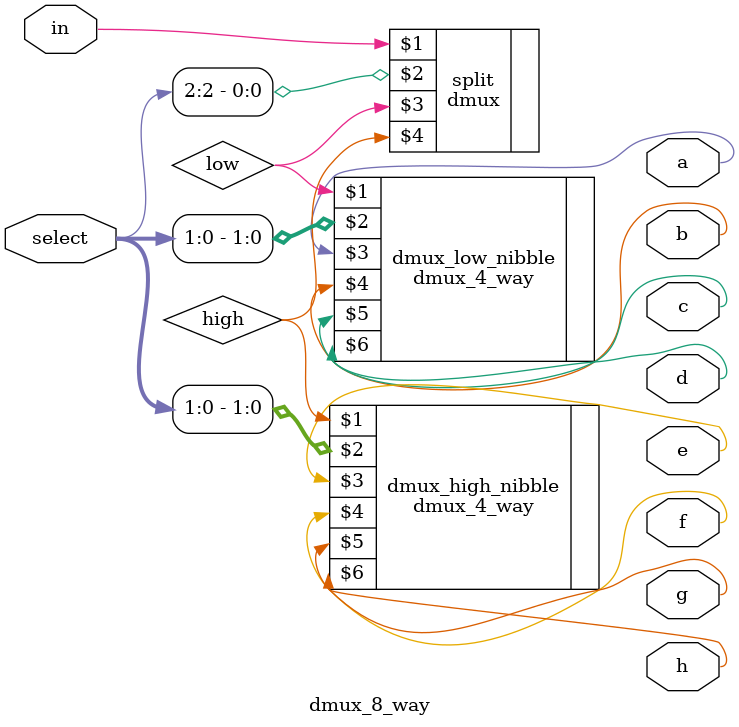
<source format=sv>
`ifndef dmux_4_way
  `include "dmux_4_way.sv"
`endif
`define dmux_8_way 1

module dmux_8_way(
    input       in,
    input [2:0] select,
    output      a,
    output      b,
    output      c,
    output      d,
    output      e,
    output      f,
    output      g,
    output      h
);
    wire low, high;
    dmux split(in, select[2], low, high);
    dmux_4_way dmux_low_nibble(low, select[1:0], a, b, c, d);
    dmux_4_way dmux_high_nibble(high, select[1:0], e, f, g, h);

endmodule

</source>
